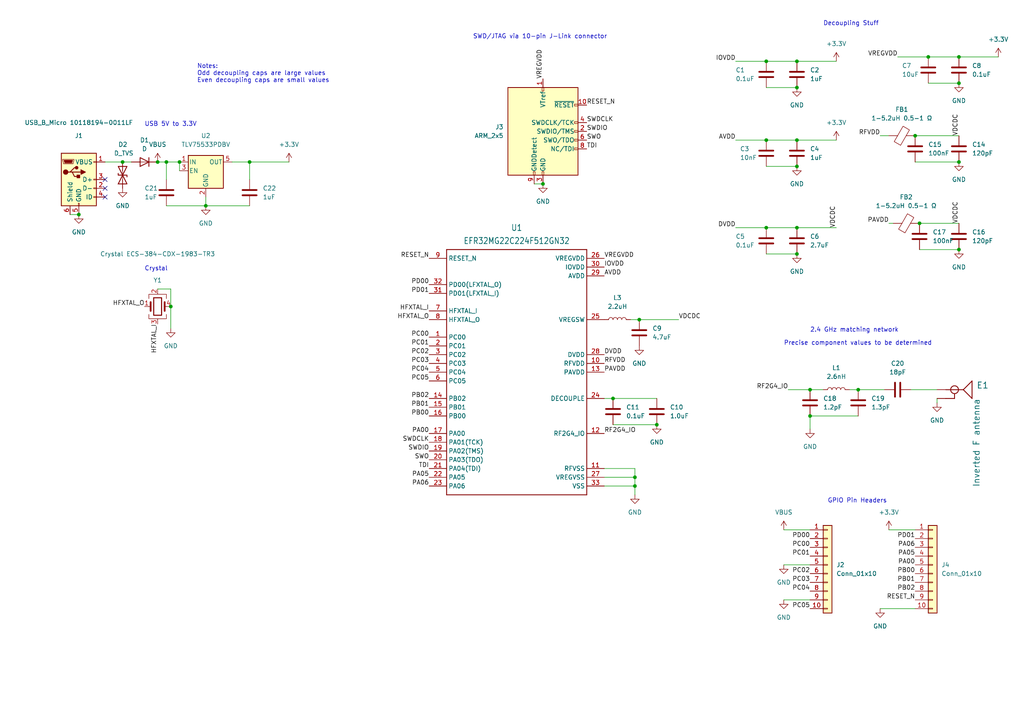
<source format=kicad_sch>
(kicad_sch (version 20231120) (generator "eeschema") (generator_version "8.0")
  (paper "A4")
  (lib_symbols
    (symbol "Connector:Conn_ARM_JTAG_SWD_10" (pin_names (offset 1.016))
      (property "Reference" "J" (at -2.54 16.51 0))
      (property "Value" "Conn_ARM_JTAG_SWD_10" (at -2.54 13.97 0))
      (symbol "Conn_ARM_JTAG_SWD_10_0_1"
        (rectangle (start -10.16 12.7) (end 10.16 -12.7) (stroke (width 0.254)) (fill (type background)))
        (rectangle (start -2.794 -12.7) (end -2.286 -11.684))
        (rectangle (start -0.254 -12.7) (end 0.254 -11.684))
        (rectangle (start -0.254 12.7) (end 0.254 11.684))
        (rectangle (start 9.144 2.286) (end 10.16 2.794))
        (rectangle (start 10.16 -2.794) (end 9.144 -2.286))
        (rectangle (start 10.16 -0.254) (end 9.144 0.254))
        (rectangle (start 10.16 7.874) (end 9.144 7.366))
      )
      (symbol "Conn_ARM_JTAG_SWD_10_1_1"
        (rectangle (start 9.144 -5.334) (end 10.16 -4.826))
        (pin power_in line (at 0 15.24 270) (length 2.54) (name "VTref") (number "1"))
        (pin open_collector line (at 12.7 7.62 180) (length 2.54) (name "~{RESET}") (number "10"))
        (pin bidirectional line (at 12.7 0 180) (length 2.54) (name "SWDIO/TMS") (number "2"))
        (pin power_in line (at 0 -15.24 90) (length 2.54) (name "GND") (number "3"))
        (pin output line (at 12.7 2.54 180) (length 2.54) (name "SWDCLK/TCK") (number "4"))
        (pin passive line (at 0 -15.24 90) (length 2.54) hide (name "GND") (number "5"))
        (pin input line (at 12.7 -2.54 180) (length 2.54) (name "SWO/TDO") (number "6"))
        (pin no_connect line (at -10.16 0 0) (length 2.54) hide (name "KEY") (number "7"))
        (pin output line (at 12.7 -5.08 180) (length 2.54) (name "NC/TDI") (number "8"))
        (pin passive line (at -2.54 -15.24 90) (length 2.54) (name "GNDDetect") (number "9"))
      )
    )
    (symbol "Connector:USB_B_Micro" (pin_names (offset 1.016))
      (property "Reference" "J" (at -5.08 11.43 0))
      (property "Value" "USB_B_Micro" (at -5.08 8.89 0))
      (symbol "USB_B_Micro_0_1"
        (rectangle (start -5.08 -7.62) (end 5.08 7.62) (stroke (width 0.254)) (fill (type background)))
        (circle (center -3.81 2.159) (radius 0.635) (stroke (width 0.254)) (fill (type outline)))
        (circle (center -0.635 3.429) (radius 0.381) (stroke (width 0.254)) (fill (type outline)))
        (rectangle (start -0.127 -7.62) (end 0.127 -6.858))
        (polyline (pts (xy -1.905 2.159) (xy 0.635 2.159)) (stroke (width 0.254)))
        (polyline (pts (xy -3.175 2.159) (xy -2.54 2.159) (xy -1.27 3.429) (xy -0.635 3.429)) (stroke (width 0.254)))
        (polyline (pts (xy -2.54 2.159) (xy -1.905 2.159) (xy -1.27 0.889) (xy 0 0.889)) (stroke (width 0.254)))
        (polyline (pts (xy 0.635 2.794) (xy 0.635 1.524) (xy 1.905 2.159) (xy 0.635 2.794)) (stroke (width 0.254)) (fill (type outline)))
        (polyline (pts (xy -4.318 5.588) (xy -1.778 5.588) (xy -2.032 4.826) (xy -4.064 4.826) (xy -4.318 5.588)) (fill (type outline)))
        (polyline (pts (xy -4.699 5.842) (xy -4.699 5.588) (xy -4.445 4.826) (xy -4.445 4.572) (xy -1.651 4.572) (xy -1.651 4.826) (xy -1.397 5.588) (xy -1.397 5.842) (xy -4.699 5.842)))
        (rectangle (start 0.254 1.27) (end -0.508 0.508) (stroke (width 0.254)) (fill (type outline)))
        (rectangle (start 5.08 -5.207) (end 4.318 -4.953))
        (rectangle (start 5.08 -2.667) (end 4.318 -2.413))
        (rectangle (start 5.08 -0.127) (end 4.318 0.127))
        (rectangle (start 5.08 4.953) (end 4.318 5.207))
      )
      (symbol "USB_B_Micro_1_1"
        (pin power_out line (at 7.62 5.08 180) (length 2.54) (name "VBUS") (number "1"))
        (pin bidirectional line (at 7.62 -2.54 180) (length 2.54) (name "D-") (number "2"))
        (pin bidirectional line (at 7.62 0 180) (length 2.54) (name "D+") (number "3"))
        (pin passive line (at 7.62 -5.08 180) (length 2.54) (name "ID") (number "4"))
        (pin power_out line (at 0 -10.16 90) (length 2.54) (name "GND") (number "5"))
        (pin passive line (at -2.54 -10.16 90) (length 2.54) (name "Shield") (number "6"))
      )
    )
    (symbol "Connector_Generic:Conn_01x10" (pin_names (offset 1.016) hide)
      (property "Reference" "J" (at 0 12.7 0))
      (property "Value" "Conn_01x10" (at 0 -15.24 0))
      (symbol "Conn_01x10_1_1"
        (rectangle (start -1.27 -12.573) (end 0 -12.827) (stroke (width 0.1524)))
        (rectangle (start -1.27 -10.033) (end 0 -10.287) (stroke (width 0.1524)))
        (rectangle (start -1.27 -7.493) (end 0 -7.747) (stroke (width 0.1524)))
        (rectangle (start -1.27 -4.953) (end 0 -5.207) (stroke (width 0.1524)))
        (rectangle (start -1.27 -2.413) (end 0 -2.667) (stroke (width 0.1524)))
        (rectangle (start -1.27 0.127) (end 0 -0.127) (stroke (width 0.1524)))
        (rectangle (start -1.27 2.667) (end 0 2.413) (stroke (width 0.1524)))
        (rectangle (start -1.27 5.207) (end 0 4.953) (stroke (width 0.1524)))
        (rectangle (start -1.27 7.747) (end 0 7.493) (stroke (width 0.1524)))
        (rectangle (start -1.27 10.287) (end 0 10.033) (stroke (width 0.1524)))
        (rectangle (start -1.27 11.43) (end 1.27 -13.97) (stroke (width 0.254)) (fill (type background)))
        (pin passive line (at -5.08 10.16 0) (length 3.81) (name "Pin_1") (number "1"))
        (pin passive line (at -5.08 -12.7 0) (length 3.81) (name "Pin_10") (number "10"))
        (pin passive line (at -5.08 7.62 0) (length 3.81) (name "Pin_2") (number "2"))
        (pin passive line (at -5.08 5.08 0) (length 3.81) (name "Pin_3") (number "3"))
        (pin passive line (at -5.08 2.54 0) (length 3.81) (name "Pin_4") (number "4"))
        (pin passive line (at -5.08 0 0) (length 3.81) (name "Pin_5") (number "5"))
        (pin passive line (at -5.08 -2.54 0) (length 3.81) (name "Pin_6") (number "6"))
        (pin passive line (at -5.08 -5.08 0) (length 3.81) (name "Pin_7") (number "7"))
        (pin passive line (at -5.08 -7.62 0) (length 3.81) (name "Pin_8") (number "8"))
        (pin passive line (at -5.08 -10.16 0) (length 3.81) (name "Pin_9") (number "9"))
      )
    )
    (symbol "Device:C" (pin_numbers hide) (pin_names (offset 0.254))
      (property "Reference" "C" (at 0.635 2.54 0))
      (property "Value" "C" (at 0.635 -2.54 0))
      (symbol "C_0_1"
        (polyline (pts (xy -2.032 -0.762) (xy 2.032 -0.762)) (stroke (width 0.508)))
        (polyline (pts (xy -2.032 0.762) (xy 2.032 0.762)) (stroke (width 0.508)))
      )
      (symbol "C_1_1"
        (pin passive line (at 0 3.81 270) (length 2.794) (name "~") (number "1"))
        (pin passive line (at 0 -3.81 90) (length 2.794) (name "~") (number "2"))
      )
    )
    (symbol "Device:Crystal_GND23" (pin_names (offset 1.016) hide)
      (property "Reference" "Y" (at 3.175 5.08 0))
      (property "Value" "Crystal_GND23" (at 3.175 3.175 0))
      (symbol "Crystal_GND23_0_1"
        (rectangle (start -1.143 2.54) (end 1.143 -2.54) (stroke (width 0.3048)))
        (polyline (pts (xy -2.54 0) (xy -2.032 0)))
        (polyline (pts (xy -2.032 -1.27) (xy -2.032 1.27)) (stroke (width 0.508)))
        (polyline (pts (xy 0 -3.81) (xy 0 -3.556)))
        (polyline (pts (xy 0 3.556) (xy 0 3.81)))
        (polyline (pts (xy 2.032 -1.27) (xy 2.032 1.27)) (stroke (width 0.508)))
        (polyline (pts (xy 2.032 0) (xy 2.54 0)))
        (polyline (pts (xy -2.54 -2.286) (xy -2.54 -3.556) (xy 2.54 -3.556) (xy 2.54 -2.286)))
        (polyline (pts (xy -2.54 2.286) (xy -2.54 3.556) (xy 2.54 3.556) (xy 2.54 2.286)))
      )
      (symbol "Crystal_GND23_1_1"
        (pin passive line (at -3.81 0 0) (length 1.27) (name "1") (number "1"))
        (pin passive line (at 0 5.08 270) (length 1.27) (name "2") (number "2"))
        (pin passive line (at 0 -5.08 90) (length 1.27) (name "3") (number "3"))
        (pin passive line (at 3.81 0 180) (length 1.27) (name "4") (number "4"))
      )
    )
    (symbol "Device:D" (pin_numbers hide) (pin_names (offset 1.016) hide)
      (property "Reference" "D" (at 0 2.54 0))
      (property "Value" "D" (at 0 -2.54 0))
      (symbol "D_0_1"
        (polyline (pts (xy -1.27 1.27) (xy -1.27 -1.27)) (stroke (width 0.254)))
        (polyline (pts (xy 1.27 0) (xy -1.27 0)))
        (polyline (pts (xy 1.27 1.27) (xy 1.27 -1.27) (xy -1.27 0) (xy 1.27 1.27)) (stroke (width 0.254)))
      )
      (symbol "D_1_1"
        (pin passive line (at -3.81 0 0) (length 2.54) (name "K") (number "1"))
        (pin passive line (at 3.81 0 180) (length 2.54) (name "A") (number "2"))
      )
    )
    (symbol "Device:D_TVS" (pin_numbers hide) (pin_names (offset 1.016) hide)
      (property "Reference" "D" (at 0 2.54 0))
      (property "Value" "D_TVS" (at 0 -2.54 0))
      (symbol "D_TVS_0_1"
        (polyline (pts (xy 1.27 0) (xy -1.27 0)))
        (polyline (pts (xy 0.508 1.27) (xy 0 1.27) (xy 0 -1.27) (xy -0.508 -1.27)) (stroke (width 0.254)))
        (polyline (pts (xy -2.54 1.27) (xy -2.54 -1.27) (xy 2.54 1.27) (xy 2.54 -1.27) (xy -2.54 1.27)) (stroke (width 0.254)))
      )
      (symbol "D_TVS_1_1"
        (pin passive line (at -3.81 0 0) (length 2.54) (name "A1") (number "1"))
        (pin passive line (at 3.81 0 180) (length 2.54) (name "A2") (number "2"))
      )
    )
    (symbol "Device:FerriteBead" (pin_numbers hide) (pin_names (offset 0))
      (property "Reference" "FB" (at -3.81 0.635 90))
      (property "Value" "FerriteBead" (at 3.81 0 90))
      (symbol "FerriteBead_0_1"
        (polyline (pts (xy 0 -1.27) (xy 0 -1.2192)))
        (polyline (pts (xy 0 1.27) (xy 0 1.2954)))
        (polyline (pts (xy -2.7686 0.4064) (xy -1.7018 2.2606) (xy 2.7686 -0.3048) (xy 1.6764 -2.159) (xy -2.7686 0.4064)))
      )
      (symbol "FerriteBead_1_1"
        (pin passive line (at 0 3.81 270) (length 2.54) (name "~") (number "1"))
        (pin passive line (at 0 -3.81 90) (length 2.54) (name "~") (number "2"))
      )
    )
    (symbol "Device:L" (pin_numbers hide) (pin_names (offset 1.016) hide)
      (property "Reference" "L" (at -1.27 0 90))
      (property "Value" "L" (at 1.905 0 90))
      (symbol "L_0_1"
        (arc (start 0 -2.54) (mid 0.6323 -1.905) (end 0 -1.27))
        (arc (start 0 -1.27) (mid 0.6323 -0.635) (end 0 0))
        (arc (start 0 0) (mid 0.6323 0.635) (end 0 1.27))
        (arc (start 0 1.27) (mid 0.6323 1.905) (end 0 2.54))
      )
      (symbol "L_1_1"
        (pin passive line (at 0 3.81 270) (length 1.27) (name "1") (number "1"))
        (pin passive line (at 0 -3.81 90) (length 1.27) (name "2") (number "2"))
      )
    )
    (symbol "EFR32MG22_module-eagle-import:ANTENNA-GROUNDEDTRACE-15.2MM"
      (property "Reference" "E" (at 3.048 -5.08 0))
      (property "Value" "ANTENNA-GROUNDEDTRACE-15.2MM" (at 3.048 -7.366 0))
      (symbol "ANTENNA-GROUNDEDTRACE-15.2MM_1_0"
        (circle (center 0 -5.08) (radius 1.1359) (stroke (width 0.254)))
        (polyline (pts (xy -2.54 0) (xy 2.54 0)) (stroke (width 0.254)))
        (polyline (pts (xy 0 -2.54) (xy -2.54 0)) (stroke (width 0.254)))
        (polyline (pts (xy 0 -2.54) (xy 0 -7.62)) (stroke (width 0.254)))
        (polyline (pts (xy 0 -2.54) (xy 2.54 0)) (stroke (width 0.254)))
        (polyline (pts (xy 1.27 -5.08) (xy 2.54 -5.08)) (stroke (width 0.254)))
        (polyline (pts (xy 2.54 -5.08) (xy 2.54 -7.62)) (stroke (width 0.254)))
        (pin bidirectional line (at 0 -10.16 90) (length 2.54) (name "SIGNAL") (number "ANT"))
        (pin bidirectional line (at 2.54 -10.16 90) (length 2.54) (name "GND") (number "GND"))
      )
    )
    (symbol "EFR32MG22_module-eagle-import:EFR32MG22C224F512GN32"
      (property "Reference" "U" (at -20.3424 36.2348 0))
      (property "Value" "EFR32MG22C224F512GN32" (at -20.3329 -38.1242 0))
      (symbol "EFR32MG22C224F512GN32_1_0"
        (polyline (pts (xy -20.32 -35.56) (xy -20.32 35.56)) (stroke (width 0.254)))
        (polyline (pts (xy -20.32 35.56) (xy 20.32 35.56)) (stroke (width 0.254)))
        (polyline (pts (xy 20.32 -35.56) (xy -20.32 -35.56)) (stroke (width 0.254)))
        (polyline (pts (xy 20.32 35.56) (xy 20.32 -35.56)) (stroke (width 0.254)))
        (pin bidirectional line (at -25.4 10.16 0) (length 5.08) (name "PC00") (number "1"))
        (pin power_in line (at 25.4 2.54 180) (length 5.08) (name "RFVDD") (number "10"))
        (pin power_in line (at 25.4 -27.94 180) (length 5.08) (name "RFVSS") (number "11"))
        (pin bidirectional line (at 25.4 -17.78 180) (length 5.08) (name "RF2G4_IO") (number "12"))
        (pin power_in line (at 25.4 0 180) (length 5.08) (name "PAVDD") (number "13"))
        (pin bidirectional line (at -25.4 -7.62 0) (length 5.08) (name "PB02") (number "14"))
        (pin bidirectional line (at -25.4 -10.16 0) (length 5.08) (name "PB01") (number "15"))
        (pin bidirectional line (at -25.4 -12.7 0) (length 5.08) (name "PB00") (number "16"))
        (pin bidirectional line (at -25.4 -17.78 0) (length 5.08) (name "PA00") (number "17"))
        (pin bidirectional line (at -25.4 -20.32 0) (length 5.08) (name "PA01(TCK)") (number "18"))
        (pin bidirectional line (at -25.4 -22.86 0) (length 5.08) (name "PA02(TMS)") (number "19"))
        (pin bidirectional line (at -25.4 7.62 0) (length 5.08) (name "PC01") (number "2"))
        (pin bidirectional line (at -25.4 -25.4 0) (length 5.08) (name "PA03(TDO)") (number "20"))
        (pin bidirectional line (at -25.4 -27.94 0) (length 5.08) (name "PA04(TDI)") (number "21"))
        (pin bidirectional line (at -25.4 -30.48 0) (length 5.08) (name "PA05") (number "22"))
        (pin bidirectional line (at -25.4 -33.02 0) (length 5.08) (name "PA06") (number "23"))
        (pin output line (at 25.4 -7.62 180) (length 5.08) (name "DECOUPLE") (number "24"))
        (pin power_out line (at 25.4 15.24 180) (length 5.08) (name "VREGSW") (number "25"))
        (pin power_in line (at 25.4 33.02 180) (length 5.08) (name "VREGVDD") (number "26"))
        (pin power_in line (at 25.4 -30.48 180) (length 5.08) (name "VREGVSS") (number "27"))
        (pin power_in line (at 25.4 5.08 180) (length 5.08) (name "DVDD") (number "28"))
        (pin power_in line (at 25.4 27.94 180) (length 5.08) (name "AVDD") (number "29"))
        (pin bidirectional line (at -25.4 5.08 0) (length 5.08) (name "PC02") (number "3"))
        (pin power_in line (at 25.4 30.48 180) (length 5.08) (name "IOVDD") (number "30"))
        (pin bidirectional line (at -25.4 22.86 0) (length 5.08) (name "PD01(LFXTAL_I)") (number "31"))
        (pin bidirectional line (at -25.4 25.4 0) (length 5.08) (name "PD00(LFXTAL_O)") (number "32"))
        (pin power_in line (at 25.4 -33.02 180) (length 5.08) (name "VSS") (number "33"))
        (pin bidirectional line (at -25.4 2.54 0) (length 5.08) (name "PC03") (number "4"))
        (pin bidirectional line (at -25.4 0 0) (length 5.08) (name "PC04") (number "5"))
        (pin bidirectional line (at -25.4 -2.54 0) (length 5.08) (name "PC05") (number "6"))
        (pin input line (at -25.4 17.78 0) (length 5.08) (name "HFXTAL_I") (number "7"))
        (pin output line (at -25.4 15.24 0) (length 5.08) (name "HFXTAL_O") (number "8"))
        (pin input line (at -25.4 33.02 0) (length 5.08) (name "RESET_N") (number "9"))
      )
    )
    (symbol "Regulator_Linear:TLV75533PDBV" (pin_names (offset 0.254))
      (property "Reference" "U" (at -3.81 5.715 0))
      (property "Value" "TLV75533PDBV" (at 0 5.715 0))
      (symbol "TLV75533PDBV_0_1"
        (rectangle (start -5.08 4.445) (end 5.08 -5.08) (stroke (width 0.254)) (fill (type background)))
      )
      (symbol "TLV75533PDBV_1_1"
        (pin power_in line (at -7.62 2.54 0) (length 2.54) (name "IN") (number "1"))
        (pin power_in line (at 0 -7.62 90) (length 2.54) (name "GND") (number "2"))
        (pin input line (at -7.62 0 0) (length 2.54) (name "EN") (number "3"))
        (pin no_connect line (at 5.08 0 180) (length 2.54) hide (name "NC") (number "4"))
        (pin power_out line (at 7.62 2.54 180) (length 2.54) (name "OUT") (number "5"))
      )
    )
    (symbol "power:+3.3V" (power) (pin_names (offset 0))
      (property "Value" "+3.3V" (at 0 3.556 0))
      (symbol "+3.3V_0_1"
        (polyline (pts (xy -0.762 1.27) (xy 0 2.54)))
        (polyline (pts (xy 0 0) (xy 0 2.54)))
        (polyline (pts (xy 0 2.54) (xy 0.762 1.27)))
      )
      (symbol "+3.3V_1_1"
        (pin power_in line (at 0 0 90) (length 0) hide (name "+3.3V") (number "1"))
      )
    )
    (symbol "power:GND" (power) (pin_names (offset 0))
      (property "Value" "GND" (at 0 -3.81 0))
      (symbol "GND_0_1"
        (polyline (pts (xy 0 0) (xy 0 -1.27) (xy 1.27 -1.27) (xy 0 -2.54) (xy -1.27 -1.27) (xy 0 -1.27)))
      )
      (symbol "GND_1_1"
        (pin power_in line (at 0 0 270) (length 0) hide (name "GND") (number "1"))
      )
    )
    (symbol "power:VBUS" (power) (pin_names (offset 0))
      (property "Value" "VBUS" (at 0 3.81 0))
      (symbol "VBUS_0_1"
        (polyline (pts (xy -0.762 1.27) (xy 0 2.54)))
        (polyline (pts (xy 0 0) (xy 0 2.54)))
        (polyline (pts (xy 0 2.54) (xy 0.762 1.27)))
      )
      (symbol "VBUS_1_1"
        (pin power_in line (at 0 0 90) (length 0) hide (name "VBUS") (number "1"))
      )
    )
  )
  (junction (at 35.56 46.99))
  (junction (at 184.15 138.43))
  (junction (at 49.53 88.9))
  (junction (at 52.07 46.99))
  (junction (at 234.95 120.65))
  (junction (at 45.72 46.99))
  (junction (at 177.8 115.57))
  (junction (at 278.13 46.99))
  (junction (at 231.14 48.26))
  (junction (at 231.14 40.64))
  (junction (at 157.48 53.34))
  (junction (at 59.69 59.69))
  (junction (at 185.42 92.71))
  (junction (at 278.13 16.51))
  (junction (at 266.7 64.77))
  (junction (at 231.14 73.66))
  (junction (at 222.25 17.78))
  (junction (at 231.14 17.78))
  (junction (at 222.25 40.64))
  (junction (at 184.15 140.97))
  (junction (at 231.14 66.04))
  (junction (at 48.26 46.99))
  (junction (at 278.13 24.13))
  (junction (at 231.14 25.4))
  (junction (at 22.86 62.23))
  (junction (at 278.13 72.39))
  (junction (at 190.5 123.19))
  (junction (at 234.95 113.03))
  (junction (at 265.43 39.37))
  (junction (at 248.92 113.03))
  (junction (at 72.39 46.99))
  (junction (at 269.24 16.51))
  (junction (at 222.25 66.04))
  (no_connect (at 30.48 54.61))
  (no_connect (at 30.48 52.07))
  (no_connect (at 30.48 57.15))
  (wire (pts (xy 35.56 46.99) (xy 38.1 46.99)))
  (wire (pts (xy 271.78 115.57) (xy 271.78 116.84)))
  (wire (pts (xy 49.53 83.82) (xy 49.53 88.9)))
  (wire (pts (xy 184.15 138.43) (xy 184.15 140.97)))
  (wire (pts (xy 177.8 123.19) (xy 190.5 123.19)))
  (wire (pts (xy 255.27 176.53) (xy 265.43 176.53)))
  (wire (pts (xy 59.69 57.15) (xy 59.69 59.69)))
  (wire (pts (xy 222.25 73.66) (xy 231.14 73.66)))
  (wire (pts (xy 175.26 140.97) (xy 184.15 140.97)))
  (wire (pts (xy 257.81 64.77) (xy 259.08 64.77)))
  (wire (pts (xy 246.38 113.03) (xy 248.92 113.03)))
  (wire (pts (xy 48.26 46.99) (xy 52.07 46.99)))
  (wire (pts (xy 175.26 115.57) (xy 177.8 115.57)))
  (wire (pts (xy 213.36 40.64) (xy 222.25 40.64)))
  (wire (pts (xy 260.35 16.51) (xy 269.24 16.51)))
  (wire (pts (xy 45.72 46.99) (xy 48.26 46.99)))
  (wire (pts (xy 67.31 46.99) (xy 72.39 46.99)))
  (wire (pts (xy 184.15 138.43) (xy 175.26 138.43)))
  (wire (pts (xy 228.6 113.03) (xy 234.95 113.03)))
  (wire (pts (xy 231.14 66.04) (xy 242.57 66.04)))
  (wire (pts (xy 213.36 66.04) (xy 222.25 66.04)))
  (wire (pts (xy 52.07 46.99) (xy 52.07 49.53)))
  (wire (pts (xy 222.25 48.26) (xy 231.14 48.26)))
  (wire (pts (xy 269.24 24.13) (xy 278.13 24.13)))
  (wire (pts (xy 222.25 66.04) (xy 231.14 66.04)))
  (wire (pts (xy 231.14 17.78) (xy 242.57 17.78)))
  (wire (pts (xy 231.14 40.64) (xy 242.57 40.64)))
  (wire (pts (xy 185.42 92.71) (xy 196.85 92.71)))
  (wire (pts (xy 222.25 25.4) (xy 231.14 25.4)))
  (wire (pts (xy 20.32 62.23) (xy 22.86 62.23)))
  (wire (pts (xy 213.36 17.78) (xy 222.25 17.78)))
  (wire (pts (xy 227.33 153.67) (xy 234.95 153.67)))
  (wire (pts (xy 234.95 113.03) (xy 238.76 113.03)))
  (wire (pts (xy 264.16 113.03) (xy 271.78 113.03)))
  (wire (pts (xy 265.43 39.37) (xy 278.13 39.37)))
  (wire (pts (xy 257.81 153.67) (xy 265.43 153.67)))
  (wire (pts (xy 255.27 39.37) (xy 257.81 39.37)))
  (wire (pts (xy 72.39 46.99) (xy 72.39 52.07)))
  (wire (pts (xy 234.95 120.65) (xy 248.92 120.65)))
  (wire (pts (xy 265.43 46.99) (xy 278.13 46.99)))
  (wire (pts (xy 49.53 88.9) (xy 49.53 95.25)))
  (wire (pts (xy 227.33 173.99) (xy 234.95 173.99)))
  (wire (pts (xy 177.8 115.57) (xy 190.5 115.57)))
  (wire (pts (xy 266.7 72.39) (xy 278.13 72.39)))
  (wire (pts (xy 269.24 16.51) (xy 278.13 16.51)))
  (wire (pts (xy 248.92 113.03) (xy 256.54 113.03)))
  (wire (pts (xy 234.95 120.65) (xy 234.95 124.46)))
  (wire (pts (xy 227.33 163.83) (xy 234.95 163.83)))
  (wire (pts (xy 45.72 83.82) (xy 49.53 83.82)))
  (wire (pts (xy 222.25 17.78) (xy 231.14 17.78)))
  (wire (pts (xy 184.15 135.89) (xy 184.15 138.43)))
  (wire (pts (xy 72.39 46.99) (xy 83.82 46.99)))
  (wire (pts (xy 48.26 59.69) (xy 59.69 59.69)))
  (wire (pts (xy 59.69 59.69) (xy 72.39 59.69)))
  (wire (pts (xy 30.48 46.99) (xy 35.56 46.99)))
  (wire (pts (xy 266.7 64.77) (xy 278.13 64.77)))
  (wire (pts (xy 222.25 40.64) (xy 231.14 40.64)))
  (wire (pts (xy 184.15 135.89) (xy 175.26 135.89)))
  (wire (pts (xy 154.94 53.34) (xy 157.48 53.34)))
  (wire (pts (xy 182.88 92.71) (xy 185.42 92.71)))
  (wire (pts (xy 278.13 16.51) (xy 289.56 16.51)))
  (wire (pts (xy 48.26 46.99) (xy 48.26 52.07)))
  (wire (pts (xy 184.15 140.97) (xy 184.15 143.51)))
  (text "GPIO Pin Headers" (at 240.03 146.05 0) (effects (font (size 1.27 1.27)) (justify left bottom)))
  (text "Precise component values to be determined" (at 227.33 100.33 0) (effects (font (size 1.27 1.27)) (justify left bottom)))
  (text "Notes:\nOdd decoupling caps are large values\nEven decoupling caps are small values" (at 57.15 24.13 0) (effects (font (size 1.27 1.27)) (justify left bottom)))
  (text "2.4 GHz matching network\n" (at 234.95 96.52 0) (effects (font (size 1.27 1.27)) (justify left bottom)))
  (text "SWD/JTAG via 10-pin J-Link connector" (at 137.16 11.43 0) (effects (font (size 1.27 1.27)) (justify left bottom)))
  (text "Crystal" (at 41.91 78.74 0) (effects (font (size 1.27 1.27)) (justify left bottom)))
  (text "Decoupling Stuff" (at 238.76 7.62 0) (effects (font (size 1.27 1.27)) (justify left bottom)))
  (text "USB 5V to 3.3V\n" (at 41.91 36.83 0) (effects (font (size 1.27 1.27)) (justify left bottom)))
  (label "PC05" (at 234.95 176.53 180))
  (label "PC03" (at 124.46 105.41 180))
  (label "PAVDD" (at 175.26 107.95 0))
  (label "HFXTAL_I" (at 124.46 90.17 180))
  (label "VDCDC" (at 278.13 64.77 90))
  (label "SWDIO" (at 170.18 38.1 0))
  (label "PB02" (at 124.46 115.57 180))
  (label "PA06" (at 124.46 140.97 180))
  (label "VDCDC" (at 196.85 92.71 0))
  (label "RF2G4_IO" (at 228.6 113.03 180))
  (label "VREGVDD" (at 175.26 74.93 0))
  (label "RESET_N" (at 170.18 30.48 0))
  (label "PC01" (at 234.95 161.29 180))
  (label "TDI" (at 124.46 135.89 180))
  (label "IOVDD" (at 213.36 17.78 180))
  (label "PAVDD" (at 257.81 64.77 180))
  (label "PA00" (at 265.43 163.83 180))
  (label "TDI" (at 170.18 43.18 0))
  (label "PD00" (at 234.95 156.21 180))
  (label "PB00" (at 265.43 166.37 180))
  (label "IOVDD" (at 175.26 77.47 0))
  (label "PC03" (at 234.95 168.91 180))
  (label "PD01" (at 124.46 85.09 180))
  (label "DVDD" (at 213.36 66.04 180))
  (label "PD00" (at 124.46 82.55 180))
  (label "VDCDC" (at 278.13 39.37 90))
  (label "RFVDD" (at 175.26 105.41 0))
  (label "AVDD" (at 175.26 80.01 0))
  (label "PC00" (at 234.95 158.75 180))
  (label "AVDD" (at 213.36 40.64 180))
  (label "PB02" (at 265.43 171.45 180))
  (label "PC02" (at 124.46 102.87 180))
  (label "VDCDC" (at 242.57 66.04 90))
  (label "SWDCLK" (at 170.18 35.56 0))
  (label "PD01" (at 265.43 156.21 180))
  (label "PB01" (at 124.46 118.11 180))
  (label "VREGVDD" (at 157.48 22.86 90))
  (label "SWO" (at 170.18 40.64 0))
  (label "VREGVDD" (at 260.35 16.51 180))
  (label "PC04" (at 124.46 107.95 180))
  (label "PC02" (at 234.95 166.37 180))
  (label "HFXTAL_O" (at 124.46 92.71 180))
  (label "PC01" (at 124.46 100.33 180))
  (label "PC00" (at 124.46 97.79 180))
  (label "PB00" (at 124.46 120.65 180))
  (label "SWO" (at 124.46 133.35 180))
  (label "SWDCLK" (at 124.46 128.27 180))
  (label "HFXTAL_O" (at 41.91 88.9 180))
  (label "PC04" (at 234.95 171.45 180))
  (label "RESET_N" (at 265.43 173.99 180))
  (label "PC05" (at 124.46 110.49 180))
  (label "PA05" (at 265.43 161.29 180))
  (label "PB01" (at 265.43 168.91 180))
  (label "RESET_N" (at 124.46 74.93 180))
  (label "RF2G4_IO" (at 175.26 125.73 0))
  (label "PA06" (at 265.43 158.75 180))
  (label "PA00" (at 124.46 125.73 180))
  (label "PA05" (at 124.46 138.43 180))
  (label "HFXTAL_I" (at 45.72 93.98 270))
  (label "DVDD" (at 175.26 102.87 0))
  (label "SWDIO" (at 124.46 130.81 180))
  (label "RFVDD" (at 255.27 39.37 180))
  (symbol (lib_id "Device:D") (at 41.91 46.99 180) (unit 1)
    (property "Reference" "D1" (at 41.91 40.64 0))
    (property "Value" "D" (at 41.91 43.18 0))
    (property "Footprint" "Diode_SMD:D_SOD-123" (effects (hide yes)))
    (property "Datasheet" "1N4148?" (effects (hide yes)))
  )
  (symbol (lib_id "power:+3.3V") (at 242.57 40.64 0) (unit 1)
    (property "Reference" "#PWR0106" (effects (hide yes)))
    (property "Value" "+3.3V" (at 242.57 35.56 0))
  )
  (symbol (lib_id "power:GND") (at 278.13 72.39 0) (unit 1)
    (property "Reference" "#PWR0116" (effects (hide yes)))
    (property "Value" "GND" (at 278.13 77.47 0))
  )
  (symbol (lib_id "Device:C") (at 231.14 44.45 0) (unit 1)
    (property "Reference" "C4" (at 234.95 43.1799 0) (effects (justify left)))
    (property "Value" "1uF" (at 234.95 45.7199 0) (effects (justify left)))
    (property "Footprint" "Capacitor_SMD:C_0603_1608Metric_Pad1.08x0.95mm_HandSolder" (effects (hide yes)))
  )
  (symbol (lib_id "Device:C") (at 278.13 68.58 0) (unit 1)
    (property "Reference" "C16" (at 281.94 67.3099 0) (effects (justify left)))
    (property "Value" "120pF" (at 281.94 69.8499 0) (effects (justify left)))
    (property "Footprint" "Capacitor_SMD:C_0603_1608Metric_Pad1.08x0.95mm_HandSolder" (effects (hide yes)))
  )
  (symbol (lib_id "power:GND") (at 22.86 62.23 0) (unit 1)
    (property "Reference" "#PWR0118" (effects (hide yes)))
    (property "Value" "GND" (at 22.86 67.31 0))
  )
  (symbol (lib_id "Device:C") (at 266.7 68.58 0) (unit 1)
    (property "Reference" "C17" (at 270.51 67.3099 0) (effects (justify left)))
    (property "Value" "100nF" (at 270.51 69.8499 0) (effects (justify left)))
    (property "Footprint" "Capacitor_SMD:C_0603_1608Metric_Pad1.08x0.95mm_HandSolder" (effects (hide yes)))
  )
  (symbol (lib_id "Device:FerriteBead") (at 262.89 64.77 90) (unit 1)
    (property "Reference" "FB2" (at 262.8392 57.15 90))
    (property "Value" "1-5.2uH 0.5-1 Ω" (at 262.8392 59.69 90))
    (property "Footprint" "Inductor_SMD:L_0603_1608Metric_Pad1.05x0.95mm_HandSolder" (effects (hide yes)))
  )
  (symbol (lib_id "power:GND") (at 157.48 53.34 0) (unit 1)
    (property "Reference" "#PWR0108" (effects (hide yes)))
    (property "Value" "GND" (at 157.48 58.42 0))
  )
  (symbol (lib_id "Device:C") (at 177.8 119.38 0) (unit 1)
    (property "Reference" "C11" (at 181.61 118.1099 0) (effects (justify left)))
    (property "Value" "0.1uF" (at 181.61 120.6499 0) (effects (justify left)))
    (property "Footprint" "Capacitor_SMD:C_0603_1608Metric_Pad1.08x0.95mm_HandSolder" (effects (hide yes)))
  )
  (symbol (lib_id "power:GND") (at 231.14 48.26 0) (unit 1)
    (property "Reference" "#PWR0103" (effects (hide yes)))
    (property "Value" "GND" (at 231.14 53.34 0))
  )
  (symbol (lib_id "Connector_Generic:Conn_01x10") (at 270.51 163.83 0) (unit 1)
    (property "Reference" "J4" (at 273.05 163.8299 0) (effects (justify left)))
    (property "Value" "Conn_01x10" (at 273.05 166.3699 0) (effects (justify left)))
    (property "Footprint" "Connector_PinHeader_2.54mm:PinHeader_1x10_P2.54mm_Vertical" (effects (hide yes)))
  )
  (symbol (lib_id "power:GND") (at 234.95 124.46 0) (unit 1)
    (property "Reference" "#PWR0119" (effects (hide yes)))
    (property "Value" "GND" (at 234.95 129.54 0))
  )
  (symbol (lib_id "Device:L") (at 242.57 113.03 90) (unit 1)
    (property "Reference" "L1" (at 242.57 106.68 90))
    (property "Value" "2.6nH" (at 242.57 109.22 90))
    (property "Footprint" "Inductor_SMD:L_0603_1608Metric_Pad1.05x0.95mm_HandSolder" (effects (hide yes)))
  )
  (symbol (lib_id "power:GND") (at 231.14 25.4 0) (unit 1)
    (property "Reference" "#PWR0101" (effects (hide yes)))
    (property "Value" "GND" (at 231.14 30.48 0))
  )
  (symbol (lib_id "Device:C") (at 278.13 43.18 0) (unit 1)
    (property "Reference" "C14" (at 281.94 41.9099 0) (effects (justify left)))
    (property "Value" "120pF" (at 281.94 44.4499 0) (effects (justify left)))
    (property "Footprint" "Capacitor_SMD:C_0603_1608Metric_Pad1.08x0.95mm_HandSolder" (effects (hide yes)))
  )
  (symbol (lib_id "power:GND") (at 190.5 123.19 0) (unit 1)
    (property "Reference" "#PWR0109" (effects (hide yes)))
    (property "Value" "GND" (at 190.5 128.27 0))
  )
  (symbol (lib_id "EFR32MG22_module-eagle-import:ANTENNA-GROUNDEDTRACE-15.2MM") (at 281.94 113.03 270) (unit 1)
    (property "Reference" "E1" (at 283.21 111.76 90) (effects (font (size 1.778 1.778)) (justify left)))
    (property "Value" "Inverted F antenna" (at 283.21 115.57 0) (effects (font (size 1.778 1.778)) (justify left)))
    (property "Footprint" "EFR32MG22_module:TRACE_ANTENNA_2.4GHZ_15.2MM" (effects (hide yes)))
  )
  (symbol (lib_id "Regulator_Linear:TLV75533PDBV") (at 59.69 49.53 0) (unit 1)
    (property "Reference" "U2" (at 59.69 39.37 0))
    (property "Value" "TLV75533PDBV" (at 59.69 41.91 0))
    (property "Footprint" "Package_TO_SOT_SMD:SOT-23-5" (effects (hide yes)))
    (property "Datasheet" "http://www.ti.com/lit/ds/symlink/tlv755p.pdf" (effects (hide yes)))
  )
  (symbol (lib_id "power:GND") (at 59.69 59.69 0) (unit 1)
    (property "Reference" "#PWR0113" (effects (hide yes)))
    (property "Value" "GND" (at 59.69 64.77 0))
  )
  (symbol (lib_id "power:+3.3V") (at 289.56 16.51 0) (unit 1)
    (property "Reference" "#PWR0115" (effects (hide yes)))
    (property "Value" "+3.3V" (at 289.56 11.43 0))
  )
  (symbol (lib_id "EFR32MG22_module-eagle-import:EFR32MG22C224F512GN32") (at 149.86 107.95 0) (unit 1)
    (property "Reference" "U1" (at 149.86 66.04 0) (effects (font (size 1.7799 1.5129))))
    (property "Value" "EFR32MG22C224F512GN32" (at 149.86 69.85 0) (effects (font (size 1.7791 1.5122))))
    (property "Footprint" "Package_DFN_QFN:QFN-32-1EP_4x4mm_P0.4mm_EP2.9x2.9mm_ThermalVias" (effects (hide yes)))
  )
  (symbol (lib_id "Connector:Conn_ARM_JTAG_SWD_10") (at 157.48 38.1 0) (unit 1)
    (property "Reference" "J3" (at 146.05 36.8299 0) (effects (justify right)))
    (property "Value" "ARM_2x5" (at 146.05 39.3699 0) (effects (justify right)))
    (property "Footprint" "arm_2x5:322010030000TR" (effects (hide yes)))
    (property "Datasheet" "http://infocenter.arm.com/help/topic/com.arm.doc.ddi0314h/DDI0314H_coresight_components_trm.pdf" (effects (hide yes)))
  )
  (symbol (lib_id "Device:C") (at 190.5 119.38 0) (unit 1)
    (property "Reference" "C10" (at 194.31 118.1099 0) (effects (justify left)))
    (property "Value" "1.0uF" (at 194.31 120.6499 0) (effects (justify left)))
    (property "Footprint" "Capacitor_SMD:C_0603_1608Metric_Pad1.08x0.95mm_HandSolder" (effects (hide yes)))
  )
  (symbol (lib_id "power:GND") (at 278.13 24.13 0) (unit 1)
    (property "Reference" "#PWR0105" (effects (hide yes)))
    (property "Value" "GND" (at 278.13 29.21 0))
  )
  (symbol (lib_id "Device:C") (at 222.25 44.45 0) (unit 1)
    (property "Reference" "C3" (at 214.63 43.18 0) (effects (justify left)))
    (property "Value" "10nF" (at 214.63 45.72 0) (effects (justify left)))
    (property "Footprint" "Capacitor_SMD:C_0603_1608Metric_Pad1.08x0.95mm_HandSolder" (effects (hide yes)))
  )
  (symbol (lib_id "Device:C") (at 222.25 21.59 0) (unit 1)
    (property "Reference" "C1" (at 213.36 20.32 0) (effects (justify left)))
    (property "Value" "0.1uF" (at 213.36 22.86 0) (effects (justify left)))
    (property "Footprint" "Capacitor_SMD:C_0603_1608Metric_Pad1.08x0.95mm_HandSolder" (effects (hide yes)))
  )
  (symbol (lib_id "power:GND") (at 185.42 100.33 0) (unit 1)
    (property "Reference" "#PWR0112" (effects (hide yes)))
    (property "Value" "GND" (at 185.42 105.41 0))
  )
  (symbol (lib_id "power:GND") (at 231.14 73.66 0) (unit 1)
    (property "Reference" "#PWR0110" (effects (hide yes)))
    (property "Value" "GND" (at 231.14 78.74 0))
  )
  (symbol (lib_id "power:+3.3V") (at 242.57 17.78 0) (unit 1)
    (property "Reference" "#PWR0104" (effects (hide yes)))
    (property "Value" "+3.3V" (at 242.57 12.7 0))
  )
  (symbol (lib_id "power:GND") (at 271.78 116.84 0) (unit 1)
    (property "Reference" "#PWR0117" (effects (hide yes)))
    (property "Value" "GND" (at 271.78 121.92 0))
  )
  (symbol (lib_id "Device:C") (at 231.14 69.85 0) (unit 1)
    (property "Reference" "C6" (at 234.95 68.5799 0) (effects (justify left)))
    (property "Value" "2.7uF" (at 234.95 71.1199 0) (effects (justify left)))
    (property "Footprint" "Capacitor_SMD:C_0603_1608Metric_Pad1.08x0.95mm_HandSolder" (effects (hide yes)))
  )
  (symbol (lib_id "Device:D_TVS") (at 35.56 50.8 90) (unit 1)
    (property "Reference" "D2" (at 34.29 41.91 90) (effects (justify right)))
    (property "Value" "D_TVS" (at 33.02 44.45 90) (effects (justify right)))
    (property "Footprint" "Diode_SMD:D_0201_0603Metric" (effects (hide yes)))
  )
  (symbol (lib_id "power:VBUS") (at 45.72 46.99 0) (unit 1)
    (property "Reference" "#PWR0121" (effects (hide yes)))
    (property "Value" "VBUS" (at 45.72 41.91 0))
  )
  (symbol (lib_id "Device:C") (at 48.26 55.88 180) (unit 1)
    (property "Reference" "C21" (at 41.91 54.61 0) (effects (justify right)))
    (property "Value" "1uF" (at 41.91 57.15 0) (effects (justify right)))
    (property "Footprint" "Capacitor_SMD:C_0603_1608Metric_Pad1.08x0.95mm_HandSolder" (effects (hide yes)))
  )
  (symbol (lib_id "Device:C") (at 72.39 55.88 180) (unit 1)
    (property "Reference" "C22" (at 76.2 54.6099 0) (effects (justify right)))
    (property "Value" "1uF" (at 76.2 57.1499 0) (effects (justify right)))
    (property "Footprint" "Capacitor_SMD:C_0603_1608Metric_Pad1.08x0.95mm_HandSolder" (effects (hide yes)))
  )
  (symbol (lib_id "power:GND") (at 35.56 54.61 0) (unit 1)
    (property "Reference" "#PWR010" (effects (hide yes)))
    (property "Value" "GND" (at 35.56 59.69 0))
  )
  (symbol (lib_id "Device:L") (at 179.07 92.71 90) (unit 1)
    (property "Reference" "L3" (at 179.07 86.36 90))
    (property "Value" "2.2uH" (at 179.07 88.9 90))
    (property "Footprint" "Inductor_SMD:L_0805_2012Metric_Pad1.15x1.40mm_HandSolder" (effects (hide yes)))
    (property "Datasheet" "https://www.digikey.com/en/products/detail/murata-electronics/LQM21PN2R2MGHL/4864858" (effects (hide yes)))
  )
  (symbol (lib_id "Connector:USB_B_Micro") (at 22.86 52.07 0) (unit 1)
    (property "Reference" "J1" (at 22.86 39.37 0))
    (property "Value" "USB_B_Micro 10118194-0011LF" (at 22.86 35.56 0))
    (property "Footprint" "Connector_USB:USB_Micro-B_Amphenol_10118194_Horizontal" (effects (hide yes)))
  )
  (symbol (lib_id "power:GND") (at 278.13 46.99 0) (unit 1)
    (property "Reference" "#PWR0114" (effects (hide yes)))
    (property "Value" "GND" (at 278.13 52.07 0))
  )
  (symbol (lib_id "Device:C") (at 234.95 116.84 0) (unit 1)
    (property "Reference" "C18" (at 238.76 115.5699 0) (effects (justify left)))
    (property "Value" "1.2pF" (at 238.76 118.1099 0) (effects (justify left)))
    (property "Footprint" "Capacitor_SMD:C_0603_1608Metric_Pad1.08x0.95mm_HandSolder" (effects (hide yes)))
  )
  (symbol (lib_id "power:VBUS") (at 227.33 153.67 0) (unit 1)
    (property "Reference" "#PWR02" (effects (hide yes)))
    (property "Value" "VBUS" (at 227.33 148.59 0))
  )
  (symbol (lib_id "Device:C") (at 248.92 116.84 0) (unit 1)
    (property "Reference" "C19" (at 252.73 115.5699 0) (effects (justify left)))
    (property "Value" "1.3pF" (at 252.73 118.1099 0) (effects (justify left)))
    (property "Footprint" "Capacitor_SMD:C_0603_1608Metric_Pad1.08x0.95mm_HandSolder" (effects (hide yes)))
  )
  (symbol (lib_id "Device:C") (at 231.14 21.59 0) (unit 1)
    (property "Reference" "C2" (at 234.95 20.3199 0) (effects (justify left)))
    (property "Value" "1uF" (at 234.95 22.8599 0) (effects (justify left)))
    (property "Footprint" "Capacitor_SMD:C_0603_1608Metric_Pad1.08x0.95mm_HandSolder" (effects (hide yes)))
  )
  (symbol (lib_id "Device:C") (at 278.13 20.32 0) (unit 1)
    (property "Reference" "C8" (at 281.94 19.0499 0) (effects (justify left)))
    (property "Value" "0.1uF" (at 281.94 21.5899 0) (effects (justify left)))
    (property "Footprint" "Capacitor_SMD:C_0603_1608Metric_Pad1.08x0.95mm_HandSolder" (effects (hide yes)))
  )
  (symbol (lib_id "power:GND") (at 227.33 163.83 0) (unit 1)
    (property "Reference" "#PWR03" (effects (hide yes)))
    (property "Value" "GND" (at 227.33 168.91 0))
  )
  (symbol (lib_id "Connector_Generic:Conn_01x10") (at 240.03 163.83 0) (unit 1)
    (property "Reference" "J2" (at 242.57 163.8299 0) (effects (justify left)))
    (property "Value" "Conn_01x10" (at 242.57 166.3699 0) (effects (justify left)))
    (property "Footprint" "Connector_PinHeader_2.54mm:PinHeader_1x10_P2.54mm_Vertical" (effects (hide yes)))
  )
  (symbol (lib_id "power:GND") (at 255.27 176.53 0) (unit 1)
    (property "Reference" "#PWR0122" (effects (hide yes)))
    (property "Value" "GND" (at 255.27 181.61 0))
  )
  (symbol (lib_id "Device:C") (at 260.35 113.03 270) (unit 1)
    (property "Reference" "C20" (at 260.35 105.41 90))
    (property "Value" "18pF" (at 260.35 107.95 90))
    (property "Footprint" "Capacitor_SMD:C_0603_1608Metric_Pad1.08x0.95mm_HandSolder" (effects (hide yes)))
  )
  (symbol (lib_id "Device:C") (at 222.25 69.85 0) (unit 1)
    (property "Reference" "C5" (at 213.36 68.58 0) (effects (justify left)))
    (property "Value" "0.1uF" (at 213.36 71.12 0) (effects (justify left)))
    (property "Footprint" "Capacitor_SMD:C_0603_1608Metric_Pad1.08x0.95mm_HandSolder" (effects (hide yes)))
  )
  (symbol (lib_id "power:+3.3V") (at 83.82 46.99 0) (unit 1)
    (property "Reference" "#PWR0107" (effects (hide yes)))
    (property "Value" "+3.3V" (at 83.82 41.91 0))
  )
  (symbol (lib_id "power:+3.3V") (at 257.81 153.67 0) (unit 1)
    (property "Reference" "#PWR0120" (effects (hide yes)))
    (property "Value" "+3.3V" (at 257.81 148.59 0))
  )
  (symbol (lib_id "power:GND") (at 49.53 95.25 0) (unit 1)
    (property "Reference" "#PWR0102" (effects (hide yes)))
    (property "Value" "GND" (at 49.53 100.33 0))
  )
  (symbol (lib_id "Device:FerriteBead") (at 261.62 39.37 90) (unit 1)
    (property "Reference" "FB1" (at 261.5692 31.75 90))
    (property "Value" "1-5.2uH 0.5-1 Ω" (at 261.5692 34.29 90))
    (property "Footprint" "Inductor_SMD:L_0603_1608Metric_Pad1.05x0.95mm_HandSolder" (effects (hide yes)))
  )
  (symbol (lib_id "Device:C") (at 185.42 96.52 0) (unit 1)
    (property "Reference" "C9" (at 189.23 95.2499 0) (effects (justify left)))
    (property "Value" "4.7uF" (at 189.23 97.7899 0) (effects (justify left)))
    (property "Footprint" "Capacitor_SMD:C_0603_1608Metric_Pad1.08x0.95mm_HandSolder" (effects (hide yes)))
  )
  (symbol (lib_id "power:GND") (at 227.33 173.99 0) (unit 1)
    (property "Reference" "#PWR04" (effects (hide yes)))
    (property "Value" "GND" (at 227.33 179.07 0))
  )
  (symbol (lib_id "power:GND") (at 184.15 143.51 0) (unit 1)
    (property "Reference" "#PWR0111" (effects (hide yes)))
    (property "Value" "GND" (at 184.15 148.59 0))
  )
  (symbol (lib_id "Device:Crystal_GND23") (at 45.72 88.9 0) (unit 1)
    (property "Reference" "Y1" (at 45.72 81.28 0))
    (property "Value" "Crystal ECS-384-CDX-1983-TR3" (at 45.72 73.66 0))
    (property "Footprint" "Crystal:Crystal_SMD_2016-4Pin_2.0x1.6mm" (effects (hide yes)))
  )
  (symbol (lib_id "Device:C") (at 269.24 20.32 0) (unit 1)
    (property "Reference" "C7" (at 261.62 19.05 0) (effects (justify left)))
    (property "Value" "10uF" (at 261.62 21.59 0) (effects (justify left)))
    (property "Footprint" "Capacitor_SMD:C_0603_1608Metric_Pad1.08x0.95mm_HandSolder" (effects (hide yes)))
  )
  (symbol (lib_id "Device:C") (at 265.43 43.18 0) (unit 1)
    (property "Reference" "C15" (at 269.24 41.9099 0) (effects (justify left)))
    (property "Value" "100nF" (at 269.24 44.4499 0) (effects (justify left)))
    (property "Footprint" "Capacitor_SMD:C_0603_1608Metric_Pad1.08x0.95mm_HandSolder" (effects (hide yes)))
  )
)
</source>
